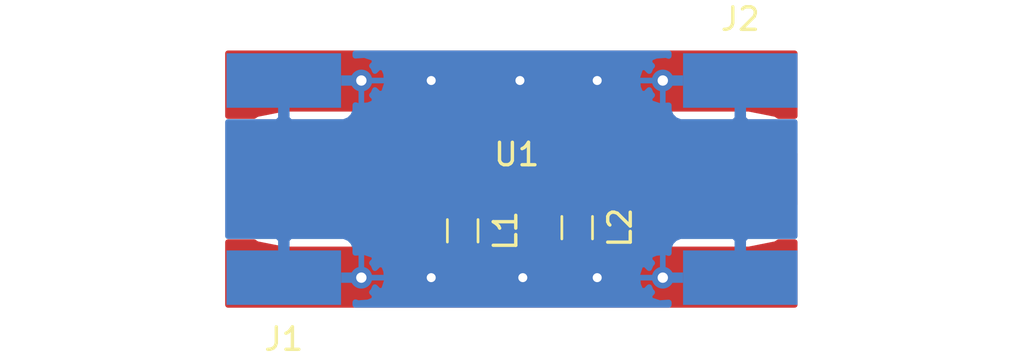
<source format=kicad_pcb>
(kicad_pcb (version 4) (host pcbnew 4.0.7-e2-6376~58~ubuntu17.04.1)

  (general
    (links 28)
    (no_connects 20)
    (area 123.158499 96.69 169.005001 112.96)
    (thickness 1.6)
    (drawings 0)
    (tracks 45)
    (zones 0)
    (modules 5)
    (nets 4)
  )

  (page A4)
  (layers
    (0 F.Cu signal)
    (31 B.Cu signal)
    (32 B.Adhes user)
    (33 F.Adhes user)
    (34 B.Paste user)
    (35 F.Paste user)
    (36 B.SilkS user)
    (37 F.SilkS user)
    (38 B.Mask user)
    (39 F.Mask user)
    (40 Dwgs.User user)
    (41 Cmts.User user)
    (42 Eco1.User user)
    (43 Eco2.User user)
    (44 Edge.Cuts user)
    (45 Margin user)
    (46 B.CrtYd user)
    (47 F.CrtYd user)
    (48 B.Fab user)
    (49 F.Fab user)
  )

  (setup
    (last_trace_width 0.25)
    (trace_clearance 0.2)
    (zone_clearance 1.5)
    (zone_45_only no)
    (trace_min 0.2)
    (segment_width 0.2)
    (edge_width 0.15)
    (via_size 0.6)
    (via_drill 0.4)
    (via_min_size 0.4)
    (via_min_drill 0.3)
    (uvia_size 0.3)
    (uvia_drill 0.1)
    (uvias_allowed no)
    (uvia_min_size 0.2)
    (uvia_min_drill 0.1)
    (pcb_text_width 0.3)
    (pcb_text_size 1.5 1.5)
    (mod_edge_width 0.15)
    (mod_text_size 1 1)
    (mod_text_width 0.15)
    (pad_size 1.524 1.524)
    (pad_drill 0.762)
    (pad_to_mask_clearance 0.2)
    (aux_axis_origin 0 0)
    (visible_elements FFFFFF7F)
    (pcbplotparams
      (layerselection 0x00000_00000001)
      (usegerberextensions false)
      (excludeedgelayer true)
      (linewidth 0.100000)
      (plotframeref false)
      (viasonmask false)
      (mode 1)
      (useauxorigin false)
      (hpglpennumber 1)
      (hpglpenspeed 20)
      (hpglpendiameter 15)
      (hpglpenoverlay 2)
      (psnegative false)
      (psa4output false)
      (plotreference true)
      (plotvalue true)
      (plotinvisibletext false)
      (padsonsilk false)
      (subtractmaskfromsilk false)
      (outputformat 5)
      (mirror false)
      (drillshape 1)
      (scaleselection 1)
      (outputdirectory ""))
  )

  (net 0 "")
  (net 1 "Net-(J1-Pad1)")
  (net 2 GND)
  (net 3 "Net-(J2-Pad1)")

  (net_class Default "This is the default net class."
    (clearance 0.2)
    (trace_width 0.25)
    (via_dia 0.6)
    (via_drill 0.4)
    (uvia_dia 0.3)
    (uvia_drill 0.1)
    (add_net GND)
    (add_net "Net-(J1-Pad1)")
    (add_net "Net-(J2-Pad1)")
  )

  (module Inductors_SMD:L_0603 (layer F.Cu) (tedit 58307A47) (tstamp 5AF9C884)
    (at 143.891 107.073 270)
    (descr "Resistor SMD 0603, reflow soldering, Vishay (see dcrcw.pdf)")
    (tags "resistor 0603")
    (path /5AF9C975)
    (attr smd)
    (fp_text reference L1 (at 0 -1.9 270) (layer F.SilkS)
      (effects (font (size 1 1) (thickness 0.15)))
    )
    (fp_text value 9.1nH (at 0 1.9 270) (layer F.Fab)
      (effects (font (size 1 1) (thickness 0.15)))
    )
    (fp_text user %R (at -0.012 0 270) (layer F.Fab)
      (effects (font (size 0.4 0.4) (thickness 0.075)))
    )
    (fp_line (start -0.8 0.4) (end -0.8 -0.4) (layer F.Fab) (width 0.1))
    (fp_line (start 0.8 0.4) (end -0.8 0.4) (layer F.Fab) (width 0.1))
    (fp_line (start 0.8 -0.4) (end 0.8 0.4) (layer F.Fab) (width 0.1))
    (fp_line (start -0.8 -0.4) (end 0.8 -0.4) (layer F.Fab) (width 0.1))
    (fp_line (start -1.3 -0.8) (end 1.3 -0.8) (layer F.CrtYd) (width 0.05))
    (fp_line (start -1.3 0.8) (end 1.3 0.8) (layer F.CrtYd) (width 0.05))
    (fp_line (start -1.3 -0.8) (end -1.3 0.8) (layer F.CrtYd) (width 0.05))
    (fp_line (start 1.3 -0.8) (end 1.3 0.8) (layer F.CrtYd) (width 0.05))
    (fp_line (start 0.5 0.68) (end -0.5 0.68) (layer F.SilkS) (width 0.12))
    (fp_line (start -0.5 -0.68) (end 0.5 -0.68) (layer F.SilkS) (width 0.12))
    (pad 1 smd rect (at -0.75 0 270) (size 0.5 0.9) (layers F.Cu F.Paste F.Mask)
      (net 1 "Net-(J1-Pad1)"))
    (pad 2 smd rect (at 0.75 0 270) (size 0.5 0.9) (layers F.Cu F.Paste F.Mask)
      (net 2 GND))
    (model ${KISYS3DMOD}/Inductors_SMD.3dshapes/L_0603.wrl
      (at (xyz 0 0 0))
      (scale (xyz 1 1 1))
      (rotate (xyz 0 0 0))
    )
  )

  (module Inductors_SMD:L_0603 (layer F.Cu) (tedit 58307A47) (tstamp 5AF9C88A)
    (at 148.971 106.934 270)
    (descr "Resistor SMD 0603, reflow soldering, Vishay (see dcrcw.pdf)")
    (tags "resistor 0603")
    (path /5AF9C9F4)
    (attr smd)
    (fp_text reference L2 (at 0 -1.9 270) (layer F.SilkS)
      (effects (font (size 1 1) (thickness 0.15)))
    )
    (fp_text value 6.8nH (at 0 1.9 270) (layer F.Fab)
      (effects (font (size 1 1) (thickness 0.15)))
    )
    (fp_text user %R (at 0 0 270) (layer F.Fab)
      (effects (font (size 0.4 0.4) (thickness 0.075)))
    )
    (fp_line (start -0.8 0.4) (end -0.8 -0.4) (layer F.Fab) (width 0.1))
    (fp_line (start 0.8 0.4) (end -0.8 0.4) (layer F.Fab) (width 0.1))
    (fp_line (start 0.8 -0.4) (end 0.8 0.4) (layer F.Fab) (width 0.1))
    (fp_line (start -0.8 -0.4) (end 0.8 -0.4) (layer F.Fab) (width 0.1))
    (fp_line (start -1.3 -0.8) (end 1.3 -0.8) (layer F.CrtYd) (width 0.05))
    (fp_line (start -1.3 0.8) (end 1.3 0.8) (layer F.CrtYd) (width 0.05))
    (fp_line (start -1.3 -0.8) (end -1.3 0.8) (layer F.CrtYd) (width 0.05))
    (fp_line (start 1.3 -0.8) (end 1.3 0.8) (layer F.CrtYd) (width 0.05))
    (fp_line (start 0.5 0.68) (end -0.5 0.68) (layer F.SilkS) (width 0.12))
    (fp_line (start -0.5 -0.68) (end 0.5 -0.68) (layer F.SilkS) (width 0.12))
    (pad 1 smd rect (at -0.75 0 270) (size 0.5 0.9) (layers F.Cu F.Paste F.Mask)
      (net 3 "Net-(J2-Pad1)"))
    (pad 2 smd rect (at 0.75 0 270) (size 0.5 0.9) (layers F.Cu F.Paste F.Mask)
      (net 2 GND))
    (model ${KISYS3DMOD}/Inductors_SMD.3dshapes/L_0603.wrl
      (at (xyz 0 0 0))
      (scale (xyz 1 1 1))
      (rotate (xyz 0 0 0))
    )
  )

  (module qorvo_885062:885062 (layer F.Cu) (tedit 5AF9C55F) (tstamp 5AF9C893)
    (at 146.286 105.0925)
    (path /5AF9C870)
    (fp_text reference U1 (at 0 -1.41) (layer F.SilkS)
      (effects (font (size 1 1) (thickness 0.15)))
    )
    (fp_text value BAW_Filter (at 0 1.38) (layer F.Fab)
      (effects (font (size 1 1) (thickness 0.15)))
    )
    (pad 1 smd rect (at -0.49 0) (size 0.3 0.4) (layers F.Cu F.Paste F.Mask)
      (net 1 "Net-(J1-Pad1)"))
    (pad 2 smd rect (at 0.01 0.285) (size 0.3 0.4) (layers F.Cu F.Paste F.Mask)
      (net 2 GND))
    (pad 3 smd rect (at 0.51 0.285) (size 0.3 0.4) (layers F.Cu F.Paste F.Mask)
      (net 2 GND))
    (pad 4 smd rect (at 0.51 -0.29) (size 0.3 0.4) (layers F.Cu F.Paste F.Mask)
      (net 3 "Net-(J2-Pad1)"))
    (pad 5 smd rect (at 0.01 -0.29) (size 0.3 0.4) (layers F.Cu F.Paste F.Mask)
      (net 2 GND))
  )

  (module Connectors_Molex:Molex_SMA_Jack_Edge_Mount (layer F.Cu) (tedit 587D2992) (tstamp 5AF9C99F)
    (at 137.6735 104.775)
    (descr "Molex SMA Jack, Edge Mount, http://www.molex.com/pdm_docs/sd/732511150_sd.pdf")
    (tags "sma edge")
    (path /5AF9C736)
    (attr smd)
    (fp_text reference J1 (at -1.72 7.11) (layer F.SilkS)
      (effects (font (size 1 1) (thickness 0.15)))
    )
    (fp_text value Conn_Coaxial (at -1.72 -7.11) (layer F.Fab)
      (effects (font (size 1 1) (thickness 0.15)))
    )
    (fp_line (start -4.76 -0.38) (end 0.49 -0.38) (layer F.Fab) (width 0.1))
    (fp_line (start -4.76 0.38) (end 0.49 0.38) (layer F.Fab) (width 0.1))
    (fp_line (start 0.49 -0.38) (end 0.49 0.38) (layer F.Fab) (width 0.1))
    (fp_line (start 0.49 3.75) (end 0.49 4.76) (layer F.Fab) (width 0.1))
    (fp_line (start 0.49 -4.76) (end 0.49 -3.75) (layer F.Fab) (width 0.1))
    (fp_line (start -14.29 -6.09) (end -14.29 6.09) (layer F.CrtYd) (width 0.05))
    (fp_line (start -14.29 6.09) (end 2.71 6.09) (layer F.CrtYd) (width 0.05))
    (fp_line (start 2.71 -6.09) (end 2.71 6.09) (layer B.CrtYd) (width 0.05))
    (fp_line (start -14.29 -6.09) (end 2.71 -6.09) (layer B.CrtYd) (width 0.05))
    (fp_line (start -14.29 -6.09) (end -14.29 6.09) (layer B.CrtYd) (width 0.05))
    (fp_line (start -14.29 6.09) (end 2.71 6.09) (layer B.CrtYd) (width 0.05))
    (fp_line (start 2.71 -6.09) (end 2.71 6.09) (layer F.CrtYd) (width 0.05))
    (fp_line (start 2.71 -6.09) (end -14.29 -6.09) (layer F.CrtYd) (width 0.05))
    (fp_line (start -4.76 -3.75) (end 0.49 -3.75) (layer F.Fab) (width 0.1))
    (fp_line (start -4.76 3.75) (end 0.49 3.75) (layer F.Fab) (width 0.1))
    (fp_line (start -13.79 -2.65) (end -5.91 -2.65) (layer F.Fab) (width 0.1))
    (fp_line (start -13.79 -2.65) (end -13.79 2.65) (layer F.Fab) (width 0.1))
    (fp_line (start -13.79 2.65) (end -5.91 2.65) (layer F.Fab) (width 0.1))
    (fp_line (start -4.76 -3.75) (end -4.76 3.75) (layer F.Fab) (width 0.1))
    (fp_line (start 0.49 -4.76) (end -5.91 -4.76) (layer F.Fab) (width 0.1))
    (fp_line (start -5.91 -4.76) (end -5.91 4.76) (layer F.Fab) (width 0.1))
    (fp_line (start -5.91 4.76) (end 0.49 4.76) (layer F.Fab) (width 0.1))
    (pad 1 smd rect (at -1.72 0) (size 5.08 2.29) (layers F.Cu F.Paste F.Mask)
      (net 1 "Net-(J1-Pad1)"))
    (pad 2 smd rect (at -1.72 -4.38) (size 5.08 2.42) (layers F.Cu F.Paste F.Mask)
      (net 2 GND))
    (pad 2 smd rect (at -1.72 4.38) (size 5.08 2.42) (layers F.Cu F.Paste F.Mask)
      (net 2 GND))
    (pad 2 smd rect (at -1.72 -4.38) (size 5.08 2.42) (layers B.Cu B.Paste B.Mask)
      (net 2 GND))
    (pad 2 smd rect (at -1.72 4.38) (size 5.08 2.42) (layers B.Cu B.Paste B.Mask)
      (net 2 GND))
    (pad 2 thru_hole circle (at 1.72 -4.38) (size 0.97 0.97) (drill 0.46) (layers *.Cu)
      (net 2 GND))
    (pad 2 thru_hole circle (at 1.72 4.38) (size 0.97 0.97) (drill 0.46) (layers *.Cu)
      (net 2 GND))
    (pad 2 smd rect (at 1.27 -4.38) (size 0.89 0.46) (layers F.Cu)
      (net 2 GND))
    (pad 2 smd rect (at 1.27 4.38) (size 0.89 0.46) (layers F.Cu)
      (net 2 GND))
    (pad 2 smd rect (at 1.27 -4.38) (size 0.89 0.46) (layers B.Cu)
      (net 2 GND))
    (pad 2 smd rect (at 1.27 4.38) (size 0.89 0.46) (layers B.Cu)
      (net 2 GND))
    (model ${KISYS3DMOD}/Connectors_Molex.3dshapes/Molex_SMA_Jack_Edge_Mount.wrl
      (at (xyz 0 0 0))
      (scale (xyz 1 1 1))
      (rotate (xyz 0 0 0))
    )
  )

  (module Connectors_Molex:Molex_SMA_Jack_Edge_Mount (layer F.Cu) (tedit 587D2992) (tstamp 5AF9C9AD)
    (at 154.49 104.775 180)
    (descr "Molex SMA Jack, Edge Mount, http://www.molex.com/pdm_docs/sd/732511150_sd.pdf")
    (tags "sma edge")
    (path /5AF9C7AA)
    (attr smd)
    (fp_text reference J2 (at -1.72 7.11 180) (layer F.SilkS)
      (effects (font (size 1 1) (thickness 0.15)))
    )
    (fp_text value Conn_Coaxial (at -1.72 -7.11 180) (layer F.Fab)
      (effects (font (size 1 1) (thickness 0.15)))
    )
    (fp_line (start -4.76 -0.38) (end 0.49 -0.38) (layer F.Fab) (width 0.1))
    (fp_line (start -4.76 0.38) (end 0.49 0.38) (layer F.Fab) (width 0.1))
    (fp_line (start 0.49 -0.38) (end 0.49 0.38) (layer F.Fab) (width 0.1))
    (fp_line (start 0.49 3.75) (end 0.49 4.76) (layer F.Fab) (width 0.1))
    (fp_line (start 0.49 -4.76) (end 0.49 -3.75) (layer F.Fab) (width 0.1))
    (fp_line (start -14.29 -6.09) (end -14.29 6.09) (layer F.CrtYd) (width 0.05))
    (fp_line (start -14.29 6.09) (end 2.71 6.09) (layer F.CrtYd) (width 0.05))
    (fp_line (start 2.71 -6.09) (end 2.71 6.09) (layer B.CrtYd) (width 0.05))
    (fp_line (start -14.29 -6.09) (end 2.71 -6.09) (layer B.CrtYd) (width 0.05))
    (fp_line (start -14.29 -6.09) (end -14.29 6.09) (layer B.CrtYd) (width 0.05))
    (fp_line (start -14.29 6.09) (end 2.71 6.09) (layer B.CrtYd) (width 0.05))
    (fp_line (start 2.71 -6.09) (end 2.71 6.09) (layer F.CrtYd) (width 0.05))
    (fp_line (start 2.71 -6.09) (end -14.29 -6.09) (layer F.CrtYd) (width 0.05))
    (fp_line (start -4.76 -3.75) (end 0.49 -3.75) (layer F.Fab) (width 0.1))
    (fp_line (start -4.76 3.75) (end 0.49 3.75) (layer F.Fab) (width 0.1))
    (fp_line (start -13.79 -2.65) (end -5.91 -2.65) (layer F.Fab) (width 0.1))
    (fp_line (start -13.79 -2.65) (end -13.79 2.65) (layer F.Fab) (width 0.1))
    (fp_line (start -13.79 2.65) (end -5.91 2.65) (layer F.Fab) (width 0.1))
    (fp_line (start -4.76 -3.75) (end -4.76 3.75) (layer F.Fab) (width 0.1))
    (fp_line (start 0.49 -4.76) (end -5.91 -4.76) (layer F.Fab) (width 0.1))
    (fp_line (start -5.91 -4.76) (end -5.91 4.76) (layer F.Fab) (width 0.1))
    (fp_line (start -5.91 4.76) (end 0.49 4.76) (layer F.Fab) (width 0.1))
    (pad 1 smd rect (at -1.72 0 180) (size 5.08 2.29) (layers F.Cu F.Paste F.Mask)
      (net 3 "Net-(J2-Pad1)"))
    (pad 2 smd rect (at -1.72 -4.38 180) (size 5.08 2.42) (layers F.Cu F.Paste F.Mask)
      (net 2 GND))
    (pad 2 smd rect (at -1.72 4.38 180) (size 5.08 2.42) (layers F.Cu F.Paste F.Mask)
      (net 2 GND))
    (pad 2 smd rect (at -1.72 -4.38 180) (size 5.08 2.42) (layers B.Cu B.Paste B.Mask)
      (net 2 GND))
    (pad 2 smd rect (at -1.72 4.38 180) (size 5.08 2.42) (layers B.Cu B.Paste B.Mask)
      (net 2 GND))
    (pad 2 thru_hole circle (at 1.72 -4.38 180) (size 0.97 0.97) (drill 0.46) (layers *.Cu)
      (net 2 GND))
    (pad 2 thru_hole circle (at 1.72 4.38 180) (size 0.97 0.97) (drill 0.46) (layers *.Cu)
      (net 2 GND))
    (pad 2 smd rect (at 1.27 -4.38 180) (size 0.89 0.46) (layers F.Cu)
      (net 2 GND))
    (pad 2 smd rect (at 1.27 4.38 180) (size 0.89 0.46) (layers F.Cu)
      (net 2 GND))
    (pad 2 smd rect (at 1.27 -4.38 180) (size 0.89 0.46) (layers B.Cu)
      (net 2 GND))
    (pad 2 smd rect (at 1.27 4.38 180) (size 0.89 0.46) (layers B.Cu)
      (net 2 GND))
    (model ${KISYS3DMOD}/Connectors_Molex.3dshapes/Molex_SMA_Jack_Edge_Mount.wrl
      (at (xyz 0 0 0))
      (scale (xyz 1 1 1))
      (rotate (xyz 0 0 0))
    )
  )

  (segment (start 143.891 106.323) (end 143.891 105.029) (width 0.25) (layer F.Cu) (net 1))
  (segment (start 143.891 105.029) (end 143.637 104.775) (width 0.25) (layer F.Cu) (net 1))
  (segment (start 143.002 105.41) (end 143.637 104.775) (width 0.25) (layer F.Cu) (net 1))
  (segment (start 145.796 105.0925) (end 143.9545 105.0925) (width 0.25) (layer F.Cu) (net 1))
  (segment (start 143.9545 105.0925) (end 143.637 104.775) (width 0.25) (layer F.Cu) (net 1))
  (segment (start 135.9535 104.775) (end 143.637 104.775) (width 3) (layer F.Cu) (net 1))
  (segment (start 147.32 108.331) (end 148.971 108.331) (width 0.25) (layer F.Cu) (net 2))
  (segment (start 148.971 108.331) (end 149.225 108.331) (width 0.25) (layer F.Cu) (net 2))
  (segment (start 148.971 107.684) (end 148.971 108.331) (width 0.25) (layer F.Cu) (net 2))
  (segment (start 143.891 108.585) (end 143.064 108.585) (width 0.25) (layer F.Cu) (net 2))
  (segment (start 143.064 108.585) (end 142.494 109.155) (width 0.25) (layer F.Cu) (net 2))
  (segment (start 143.891 107.823) (end 143.891 108.585) (width 0.25) (layer F.Cu) (net 2))
  (segment (start 146.431 100.395) (end 149.86 100.395) (width 0.25) (layer F.Cu) (net 2))
  (segment (start 152.77 100.395) (end 149.86 100.395) (width 0.25) (layer F.Cu) (net 2))
  (via (at 149.86 100.395) (size 0.6) (drill 0.4) (layers F.Cu B.Cu) (net 2))
  (segment (start 146.431 109.155) (end 149.86 109.155) (width 0.25) (layer F.Cu) (net 2))
  (segment (start 152.77 109.155) (end 149.86 109.155) (width 0.25) (layer F.Cu) (net 2))
  (via (at 149.86 109.155) (size 0.6) (drill 0.4) (layers F.Cu B.Cu) (net 2))
  (segment (start 142.494 109.155) (end 146.431 109.155) (width 0.25) (layer F.Cu) (net 2))
  (segment (start 139.3935 109.155) (end 142.494 109.155) (width 0.25) (layer F.Cu) (net 2))
  (via (at 142.494 109.155) (size 0.6) (drill 0.4) (layers F.Cu B.Cu) (net 2))
  (segment (start 142.494 100.395) (end 146.431 100.395) (width 0.25) (layer F.Cu) (net 2))
  (segment (start 139.3935 100.395) (end 142.494 100.395) (width 0.25) (layer F.Cu) (net 2))
  (via (at 142.494 100.395) (size 0.6) (drill 0.4) (layers F.Cu B.Cu) (net 2))
  (segment (start 152.77 109.155) (end 139.3935 109.155) (width 0.25) (layer B.Cu) (net 2))
  (segment (start 139.3935 100.395) (end 152.77 100.395) (width 0.25) (layer B.Cu) (net 2))
  (segment (start 146.431 109.155) (end 146.558 109.155) (width 0.25) (layer F.Cu) (net 2))
  (via (at 146.558 109.155) (size 0.6) (drill 0.4) (layers F.Cu B.Cu) (net 2))
  (via (at 146.431 100.395) (size 0.6) (drill 0.4) (layers F.Cu B.Cu) (net 2))
  (segment (start 143.002 108.712) (end 146.939 108.712) (width 0.25) (layer F.Cu) (net 2))
  (segment (start 146.939 108.712) (end 147.32 108.331) (width 0.25) (layer F.Cu) (net 2))
  (segment (start 149.225 108.331) (end 149.2885 108.2675) (width 0.25) (layer F.Cu) (net 2))
  (segment (start 146.296 107.307) (end 147.32 108.331) (width 0.25) (layer F.Cu) (net 2))
  (segment (start 146.296 105.3775) (end 146.296 107.307) (width 0.25) (layer F.Cu) (net 2))
  (segment (start 146.296 105.3775) (end 146.296 104.8025) (width 0.25) (layer F.Cu) (net 2))
  (segment (start 146.296 105.3775) (end 146.796 105.3775) (width 0.25) (layer F.Cu) (net 2))
  (segment (start 152.77 109.155) (end 152.77 100.395) (width 0.25) (layer B.Cu) (net 2))
  (segment (start 139.3935 109.155) (end 139.3935 100.395) (width 0.25) (layer B.Cu) (net 2))
  (segment (start 148.971 106.184) (end 148.971 104.775) (width 0.25) (layer F.Cu) (net 3))
  (segment (start 146.796 104.8025) (end 148.9435 104.8025) (width 0.25) (layer F.Cu) (net 3))
  (segment (start 148.9435 104.8025) (end 148.971 104.775) (width 0.25) (layer F.Cu) (net 3))
  (segment (start 149.2885 105.815) (end 155.17 105.815) (width 0.25) (layer F.Cu) (net 3))
  (segment (start 155.17 105.815) (end 156.21 104.775) (width 0.25) (layer F.Cu) (net 3))
  (segment (start 156.591 104.775) (end 148.971 104.775) (width 3) (layer F.Cu) (net 3))
  (segment (start 156.186 104.799) (end 156.21 104.775) (width 0.25) (layer F.Cu) (net 3))

  (zone (net 2) (net_name GND) (layer B.Cu) (tstamp 0) (hatch edge 0.508)
    (connect_pads (clearance 0.508))
    (min_thickness 0.254)
    (fill yes (arc_segments 16) (thermal_gap 0.508) (thermal_bridge_width 0.508))
    (polygon
      (pts
        (xy 133.35 99.06) (xy 133.35 110.49) (xy 158.75 110.49) (xy 158.75 99.06)
      )
    )
    (filled_polygon
      (pts
        (xy 153.035 99.302871) (xy 152.911436 99.261851) (xy 152.467032 99.293982) (xy 152.205692 99.402232) (xy 152.170405 99.6158)
        (xy 152.29829 99.743685) (xy 152.236673 99.805301) (xy 152.167557 99.972162) (xy 151.9908 99.795405) (xy 151.777232 99.830692)
        (xy 151.636851 100.253564) (xy 151.668982 100.697968) (xy 151.777232 100.959308) (xy 151.9908 100.994595) (xy 152.167557 100.817838)
        (xy 152.236673 100.984699) (xy 152.29829 101.046315) (xy 152.170405 101.1742) (xy 152.205692 101.387768) (xy 152.628564 101.528149)
        (xy 153.035 101.498763) (xy 153.035 101.73131) (xy 153.131673 101.964699) (xy 153.310302 102.143327) (xy 153.543691 102.24)
        (xy 155.92425 102.24) (xy 156.083 102.08125) (xy 156.083 100.522) (xy 156.063 100.522) (xy 156.063 100.268)
        (xy 156.083 100.268) (xy 156.083 100.248) (xy 156.337 100.248) (xy 156.337 100.268) (xy 156.357 100.268)
        (xy 156.357 100.522) (xy 156.337 100.522) (xy 156.337 102.08125) (xy 156.49575 102.24) (xy 158.623 102.24)
        (xy 158.623 107.31) (xy 156.49575 107.31) (xy 156.337 107.46875) (xy 156.337 109.028) (xy 156.357 109.028)
        (xy 156.357 109.282) (xy 156.337 109.282) (xy 156.337 109.302) (xy 156.083 109.302) (xy 156.083 109.282)
        (xy 156.063 109.282) (xy 156.063 109.028) (xy 156.083 109.028) (xy 156.083 107.46875) (xy 155.92425 107.31)
        (xy 153.543691 107.31) (xy 153.310302 107.406673) (xy 153.131673 107.585301) (xy 153.035 107.81869) (xy 153.035 108.062871)
        (xy 152.911436 108.021851) (xy 152.467032 108.053982) (xy 152.205692 108.162232) (xy 152.170405 108.3758) (xy 152.29829 108.503685)
        (xy 152.236673 108.565301) (xy 152.167557 108.732162) (xy 151.9908 108.555405) (xy 151.777232 108.590692) (xy 151.636851 109.013564)
        (xy 151.668982 109.457968) (xy 151.777232 109.719308) (xy 151.9908 109.754595) (xy 152.167557 109.577838) (xy 152.236673 109.744699)
        (xy 152.29829 109.806315) (xy 152.170405 109.9342) (xy 152.205692 110.147768) (xy 152.628564 110.288149) (xy 153.035 110.258763)
        (xy 153.035 110.363) (xy 139.1285 110.363) (xy 139.1285 110.247129) (xy 139.252064 110.288149) (xy 139.696468 110.256018)
        (xy 139.957808 110.147768) (xy 139.993095 109.9342) (xy 139.86521 109.806315) (xy 139.926827 109.744699) (xy 139.995943 109.577838)
        (xy 140.1727 109.754595) (xy 140.386268 109.719308) (xy 140.526649 109.296436) (xy 140.494518 108.852032) (xy 140.386268 108.590692)
        (xy 140.1727 108.555405) (xy 139.995943 108.732162) (xy 139.926827 108.565301) (xy 139.86521 108.503685) (xy 139.993095 108.3758)
        (xy 139.957808 108.162232) (xy 139.534936 108.021851) (xy 139.1285 108.051237) (xy 139.1285 107.81869) (xy 139.031827 107.585301)
        (xy 138.853198 107.406673) (xy 138.619809 107.31) (xy 136.23925 107.31) (xy 136.0805 107.46875) (xy 136.0805 109.028)
        (xy 136.1005 109.028) (xy 136.1005 109.282) (xy 136.0805 109.282) (xy 136.0805 109.302) (xy 135.8265 109.302)
        (xy 135.8265 109.282) (xy 135.8065 109.282) (xy 135.8065 109.028) (xy 135.8265 109.028) (xy 135.8265 107.46875)
        (xy 135.66775 107.31) (xy 133.477 107.31) (xy 133.477 102.24) (xy 135.66775 102.24) (xy 135.8265 102.08125)
        (xy 135.8265 100.522) (xy 135.8065 100.522) (xy 135.8065 100.268) (xy 135.8265 100.268) (xy 135.8265 100.248)
        (xy 136.0805 100.248) (xy 136.0805 100.268) (xy 136.1005 100.268) (xy 136.1005 100.522) (xy 136.0805 100.522)
        (xy 136.0805 102.08125) (xy 136.23925 102.24) (xy 138.619809 102.24) (xy 138.853198 102.143327) (xy 139.031827 101.964699)
        (xy 139.1285 101.73131) (xy 139.1285 101.487129) (xy 139.252064 101.528149) (xy 139.696468 101.496018) (xy 139.957808 101.387768)
        (xy 139.993095 101.1742) (xy 139.86521 101.046315) (xy 139.926827 100.984699) (xy 139.995943 100.817838) (xy 140.1727 100.994595)
        (xy 140.386268 100.959308) (xy 140.526649 100.536436) (xy 140.494518 100.092032) (xy 140.386268 99.830692) (xy 140.1727 99.795405)
        (xy 139.995943 99.972162) (xy 139.926827 99.805301) (xy 139.86521 99.743685) (xy 139.993095 99.6158) (xy 139.957808 99.402232)
        (xy 139.534936 99.261851) (xy 139.1285 99.291237) (xy 139.1285 99.187) (xy 153.035 99.187)
      )
    )
  )
  (zone (net 2) (net_name GND) (layer F.Cu) (tstamp 0) (hatch edge 0.508)
    (connect_pads yes (clearance 1.5))
    (min_thickness 0.254)
    (fill yes (arc_segments 16) (thermal_gap 0.508) (thermal_bridge_width 0.508))
    (polygon
      (pts
        (xy 133.35 99.06) (xy 133.35 110.49) (xy 158.75 110.49) (xy 158.75 99.06)
      )
    )
    (filled_polygon
      (pts
        (xy 146.759877 106.986123) (xy 147.080916 107.200634) (xy 147.331906 107.590684) (xy 147.875605 107.962178) (xy 148.521 108.092874)
        (xy 149.421 108.092874) (xy 150.02393 107.979425) (xy 150.144252 107.902) (xy 156.591 107.902) (xy 157.787651 107.663971)
        (xy 157.915008 107.578874) (xy 158.623 107.578874) (xy 158.623 110.363) (xy 133.477 110.363) (xy 133.477 107.578874)
        (xy 134.629492 107.578874) (xy 134.756849 107.663971) (xy 135.9535 107.902) (xy 142.272218 107.902) (xy 142.331539 107.941637)
        (xy 142.656798 108.006335) (xy 142.795605 108.101178) (xy 143.441 108.231874) (xy 144.341 108.231874) (xy 144.94393 108.118425)
        (xy 145.497684 107.762094) (xy 145.869178 107.218395) (xy 145.923251 106.951374) (xy 145.946 106.951374) (xy 146.54893 106.837925)
        (xy 146.627201 106.787559)
      )
    )
    (filled_polygon
      (pts
        (xy 158.623 101.971126) (xy 157.915008 101.971126) (xy 157.787651 101.886029) (xy 156.591 101.648) (xy 148.971 101.648)
        (xy 147.774349 101.886029) (xy 146.759877 102.563877) (xy 146.486024 102.973728) (xy 146.162635 103.034577) (xy 145.848123 102.563877)
        (xy 144.833651 101.886029) (xy 143.637 101.648) (xy 135.9535 101.648) (xy 134.756849 101.886029) (xy 134.629492 101.971126)
        (xy 133.477 101.971126) (xy 133.477 99.187) (xy 158.623 99.187)
      )
    )
  )
)

</source>
